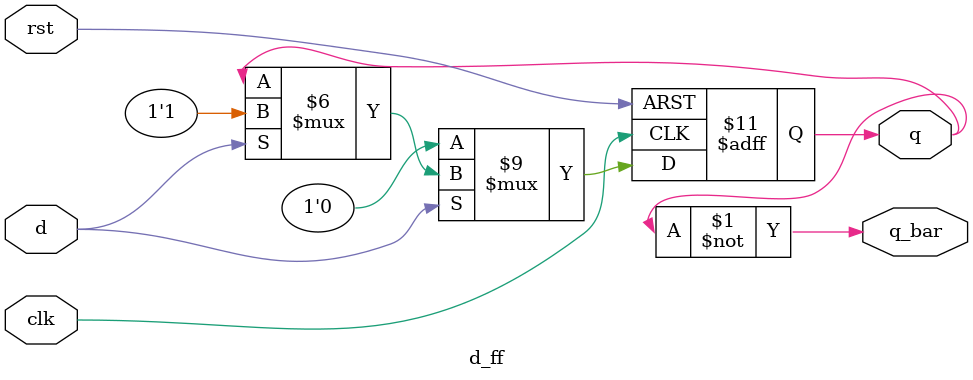
<source format=v>
module d_ff(
    d,rst,clk,q,q_bar
);
input d,clk,rst;
output reg q;
output q_bar;

assign q_bar=~q;

always @(posedge clk or posedge rst)begin
    if(rst==1) begin
      q<=0;
    end
    else begin
      if(d==0) q<=0;
      else if(d==1) q<=1;
    end
end
endmodule
</source>
